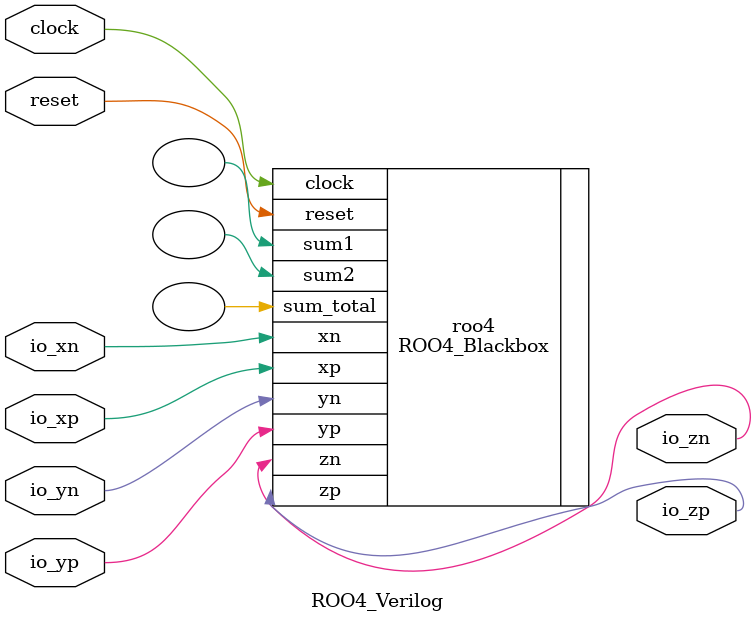
<source format=sv>
module ROO4_Verilog(	// src/main/scala/neuron/components/online_multiplier.scala:61:7
  input  clock,	// src/main/scala/neuron/components/online_multiplier.scala:61:7
         reset,	// src/main/scala/neuron/components/online_multiplier.scala:61:7
         io_xp,	// src/main/scala/neuron/components/online_multiplier.scala:62:14
         io_xn,	// src/main/scala/neuron/components/online_multiplier.scala:62:14
         io_yp,	// src/main/scala/neuron/components/online_multiplier.scala:62:14
         io_yn,	// src/main/scala/neuron/components/online_multiplier.scala:62:14
  output io_zp,	// src/main/scala/neuron/components/online_multiplier.scala:62:14
         io_zn	// src/main/scala/neuron/components/online_multiplier.scala:62:14
);

  ROO4_Blackbox roo4 (	// src/main/scala/neuron/components/online_multiplier.scala:74:20
    .clock     (clock),
    .reset     (reset),
    .xp        (io_xp),
    .xn        (io_xn),
    .yp        (io_yp),
    .yn        (io_yn),
    .zp        (io_zp),
    .zn        (io_zn),
    .sum1      (/* unused */),
    .sum2      (/* unused */),
    .sum_total (/* unused */)
  );
endmodule


</source>
